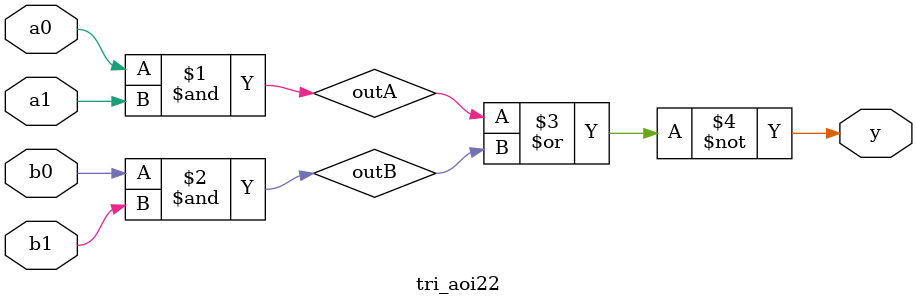
<source format=v>

`timescale 1 ns / 1 ns


`include "tri_a2o.vh"

module tri_aoi22(
   y,
   a0,
   a1,
   b0,
   b1
);
   parameter                      WIDTH = 1;
   parameter                      BTR = "AOI22_X2M_NONE";  //Specify full BTR name, else let tool select
   output [0:WIDTH-1]  y;
   input [0:WIDTH-1]   a0;
   input [0:WIDTH-1]   a1;
   input [0:WIDTH-1]   b0;
   input [0:WIDTH-1]   b1;

   // tri_aoi22
   genvar 	       i;
   wire [0:WIDTH-1]    outA;
   wire [0:WIDTH-1]    outB;

   generate
	 for (i = 0; i < WIDTH; i = i + 1)
	   begin : w
	      and I0(outA[i], a0[i], a1[i]);
	      and I1(outB[i], b0[i], b1[i]);
	      nor I2(y[i], outA[i], outB[i]);
      end
   endgenerate
endmodule

</source>
